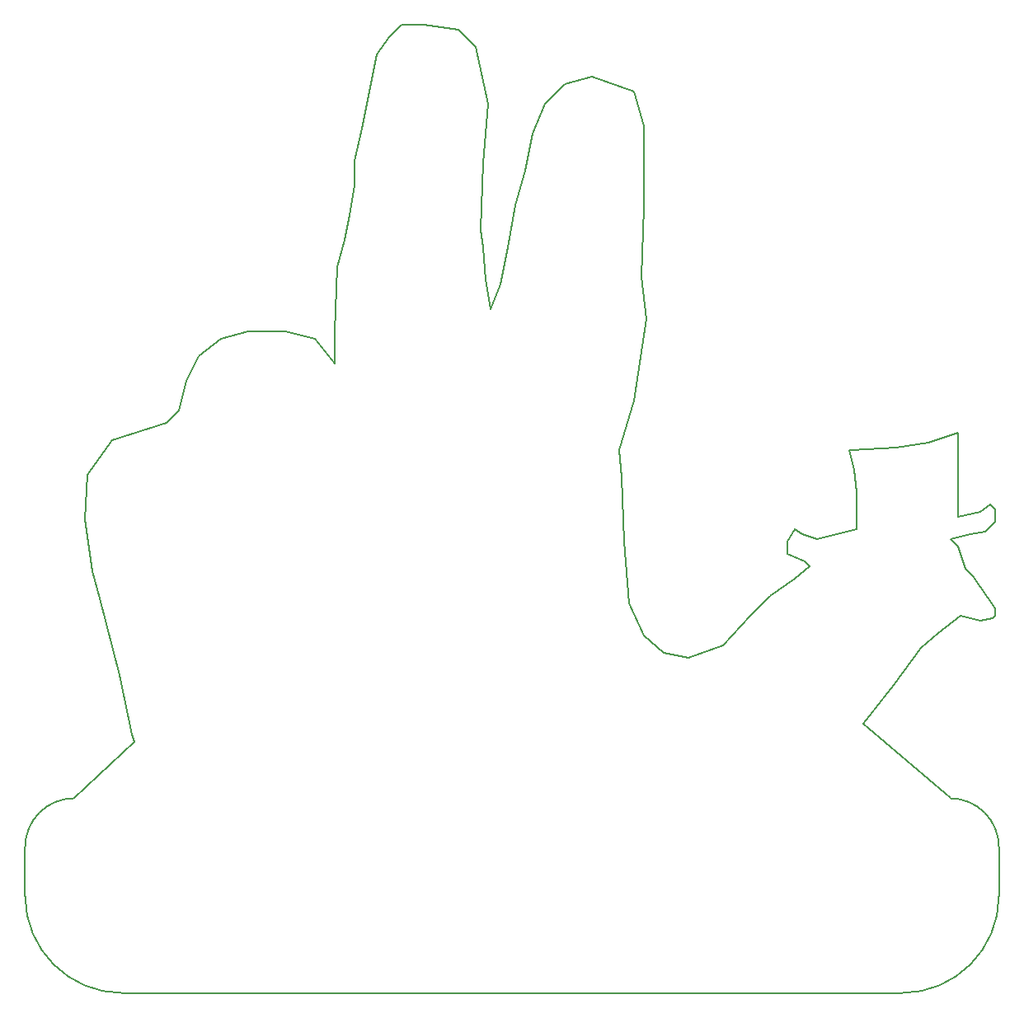
<source format=gbr>
G04 #@! TF.FileFunction,Profile,NP*
%FSLAX46Y46*%
G04 Gerber Fmt 4.6, Leading zero omitted, Abs format (unit mm)*
G04 Created by KiCad (PCBNEW 4.0.6) date 11/09/17 18:30:30*
%MOMM*%
%LPD*%
G01*
G04 APERTURE LIST*
%ADD10C,0.100000*%
%ADD11C,0.150000*%
G04 APERTURE END LIST*
D10*
D11*
X110998000Y-123444000D02*
X111252000Y-124206000D01*
X109728000Y-117348000D02*
X110998000Y-123444000D01*
X107696000Y-109474000D02*
X109728000Y-117348000D01*
X106934000Y-106680000D02*
X107696000Y-109474000D01*
X106172000Y-101346000D02*
X106934000Y-106680000D01*
X106426000Y-96774000D02*
X106172000Y-101346000D01*
X108966000Y-93218000D02*
X106426000Y-96774000D01*
X114554000Y-91440000D02*
X108966000Y-93218000D01*
X115824000Y-90170000D02*
X114554000Y-91440000D01*
X116586000Y-87122000D02*
X115824000Y-90170000D01*
X117856000Y-84582000D02*
X116586000Y-87122000D01*
X120142000Y-82804000D02*
X117856000Y-84582000D01*
X122936000Y-82042000D02*
X120142000Y-82804000D01*
X126746000Y-82042000D02*
X122936000Y-82042000D01*
X129794000Y-82804000D02*
X126746000Y-82042000D01*
X131826000Y-85344000D02*
X129794000Y-82804000D01*
X131826000Y-82042000D02*
X131826000Y-85344000D01*
X132080000Y-75438000D02*
X131826000Y-82042000D01*
X132842000Y-72644000D02*
X132080000Y-75438000D01*
X133350000Y-70104000D02*
X132842000Y-72644000D01*
X133858000Y-67056000D02*
X133350000Y-70104000D01*
X133858000Y-64516000D02*
X133858000Y-67056000D01*
X134620000Y-61214000D02*
X133858000Y-64516000D01*
X135382000Y-57404000D02*
X134620000Y-61214000D01*
X136144000Y-53594000D02*
X135382000Y-57404000D01*
X137414000Y-51816000D02*
X136144000Y-53594000D01*
X138684000Y-50546000D02*
X137414000Y-51816000D01*
X140970000Y-50546000D02*
X138684000Y-50546000D01*
X144526000Y-51054000D02*
X140970000Y-50546000D01*
X146304000Y-52832000D02*
X144526000Y-51054000D01*
X147574000Y-58674000D02*
X146304000Y-52832000D01*
X147066000Y-64770000D02*
X147574000Y-58674000D01*
X146812000Y-71628000D02*
X147066000Y-64770000D01*
X147066000Y-73406000D02*
X146812000Y-71628000D01*
X147320000Y-76708000D02*
X147066000Y-73406000D01*
X147828000Y-79756000D02*
X147320000Y-76708000D01*
X148844000Y-77216000D02*
X147828000Y-79756000D01*
X149606000Y-73406000D02*
X148844000Y-77216000D01*
X150368000Y-69088000D02*
X149606000Y-73406000D01*
X151384000Y-65532000D02*
X150368000Y-69088000D01*
X152146000Y-61722000D02*
X151384000Y-65532000D01*
X153416000Y-58674000D02*
X152146000Y-61722000D01*
X155448000Y-56642000D02*
X153416000Y-58674000D01*
X158242000Y-55880000D02*
X155448000Y-56642000D01*
X162560000Y-57404000D02*
X158242000Y-55880000D01*
X163576000Y-60960000D02*
X162560000Y-57404000D01*
X163576000Y-69342000D02*
X163576000Y-60960000D01*
X163322000Y-76454000D02*
X163576000Y-69342000D01*
X163830000Y-80772000D02*
X163322000Y-76454000D01*
X162560000Y-89154000D02*
X163830000Y-80772000D01*
X161036000Y-94234000D02*
X162560000Y-89154000D01*
X161290000Y-97028000D02*
X161036000Y-94234000D01*
X161544000Y-103632000D02*
X161290000Y-97028000D01*
X162052000Y-109982000D02*
X161544000Y-103632000D01*
X163576000Y-113284000D02*
X162052000Y-109982000D01*
X165608000Y-115062000D02*
X163576000Y-113284000D01*
X168148000Y-115570000D02*
X165608000Y-115062000D01*
X171704000Y-114300000D02*
X168148000Y-115570000D01*
X174498000Y-111252000D02*
X171704000Y-114300000D01*
X176530000Y-109220000D02*
X174498000Y-111252000D01*
X179070000Y-107442000D02*
X176530000Y-109220000D01*
X180594000Y-106172000D02*
X179070000Y-107442000D01*
X180086000Y-105664000D02*
X180594000Y-106172000D01*
X178308000Y-104902000D02*
X180086000Y-105664000D01*
X178308000Y-103632000D02*
X178308000Y-104902000D01*
X179070000Y-102362000D02*
X178308000Y-103632000D01*
X179832000Y-102870000D02*
X179070000Y-102362000D01*
X181356000Y-103378000D02*
X179832000Y-102870000D01*
X183388000Y-102870000D02*
X181356000Y-103378000D01*
X185420000Y-102362000D02*
X183388000Y-102870000D01*
X185420000Y-98552000D02*
X185420000Y-102362000D01*
X185166000Y-96266000D02*
X185420000Y-98552000D01*
X184658000Y-94234000D02*
X185166000Y-96266000D01*
X184912000Y-94234000D02*
X184658000Y-94234000D01*
X189484000Y-93980000D02*
X184912000Y-94234000D01*
X192786000Y-93472000D02*
X189484000Y-93980000D01*
X195834000Y-92456000D02*
X192786000Y-93472000D01*
X195834000Y-101092000D02*
X195834000Y-92456000D01*
X198120000Y-100584000D02*
X195834000Y-101092000D01*
X199136000Y-99822000D02*
X198120000Y-100584000D01*
X199644000Y-100330000D02*
X199136000Y-99822000D01*
X199644000Y-101600000D02*
X199644000Y-100330000D01*
X198628000Y-102616000D02*
X199644000Y-101600000D01*
X197104000Y-102870000D02*
X198628000Y-102616000D01*
X195072000Y-103378000D02*
X197104000Y-102870000D01*
X195834000Y-104140000D02*
X195072000Y-103378000D01*
X196596000Y-106426000D02*
X195834000Y-104140000D01*
X197358000Y-107188000D02*
X196596000Y-106426000D01*
X199644000Y-110490000D02*
X197358000Y-107188000D01*
X199644000Y-111252000D02*
X199644000Y-110490000D01*
X199390000Y-111506000D02*
X199644000Y-111252000D01*
X198120000Y-111760000D02*
X199390000Y-111506000D01*
X196088000Y-111252000D02*
X198120000Y-111760000D01*
X193802000Y-113030000D02*
X196088000Y-111252000D01*
X192024000Y-114554000D02*
X193802000Y-113030000D01*
X189230000Y-118364000D02*
X192024000Y-114554000D01*
X186055000Y-122301000D02*
X189230000Y-118364000D01*
X105000000Y-130000000D02*
X111252000Y-124206000D01*
X195000000Y-130000000D02*
X186055000Y-122301000D01*
X105000000Y-130000000D02*
G75*
G03X100000000Y-135000000I0J-5000000D01*
G01*
X200000000Y-135000000D02*
G75*
G03X195000000Y-130000000I-5000000J0D01*
G01*
X100000000Y-140000000D02*
X100000000Y-135000000D01*
X200000000Y-140000000D02*
X200000000Y-135000000D01*
X190000000Y-150000000D02*
X110000000Y-150000000D01*
X100000000Y-140000000D02*
G75*
G03X110000000Y-150000000I10000000J0D01*
G01*
X190000000Y-150000000D02*
G75*
G03X200000000Y-140000000I0J10000000D01*
G01*
M02*

</source>
